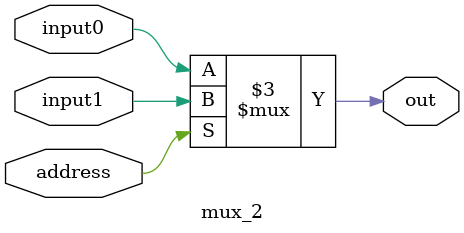
<source format=v>
module mux_2 #( parameter width  = 1 ) (
  output reg [width-1:0] out,
  input address,
  input [width-1:0] input0,
  input [width-1:0] input1
);
	always @( address or input0 or input1) begin
		if (address) begin
			out <= input1;
		end
		else begin
			out <= input0;
		end
	end
endmodule

</source>
